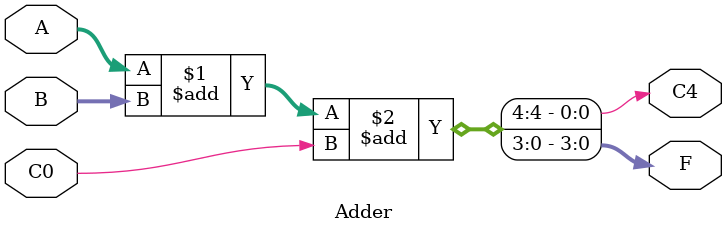
<source format=v>
`timescale 1ns / 1ps


module Adder(
    input [3:0] A,B,
    input C0,
    output C4,
    output [3:0] F
    );

    assign {C4,F}=A+B+C0;

endmodule

</source>
